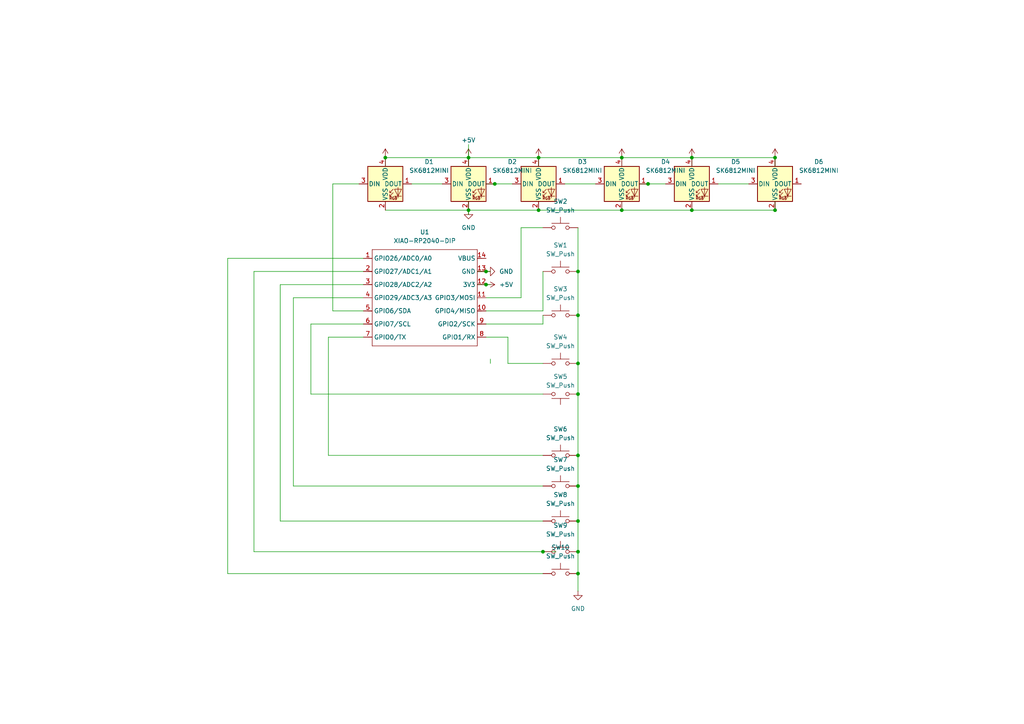
<source format=kicad_sch>
(kicad_sch
	(version 20250114)
	(generator "eeschema")
	(generator_version "9.0")
	(uuid "a49a1625-dd46-4364-a76b-1c3b266b4c12")
	(paper "A4")
	(lib_symbols
		(symbol "LED:SK6812MINI"
			(pin_names
				(offset 0.254)
			)
			(exclude_from_sim no)
			(in_bom yes)
			(on_board yes)
			(property "Reference" "D"
				(at 5.08 5.715 0)
				(effects
					(font
						(size 1.27 1.27)
					)
					(justify right bottom)
				)
			)
			(property "Value" "SK6812MINI"
				(at 1.27 -5.715 0)
				(effects
					(font
						(size 1.27 1.27)
					)
					(justify left top)
				)
			)
			(property "Footprint" "LED_SMD:LED_SK6812MINI_PLCC4_3.5x3.5mm_P1.75mm"
				(at 1.27 -7.62 0)
				(effects
					(font
						(size 1.27 1.27)
					)
					(justify left top)
					(hide yes)
				)
			)
			(property "Datasheet" "https://cdn-shop.adafruit.com/product-files/2686/SK6812MINI_REV.01-1-2.pdf"
				(at 2.54 -9.525 0)
				(effects
					(font
						(size 1.27 1.27)
					)
					(justify left top)
					(hide yes)
				)
			)
			(property "Description" "RGB LED with integrated controller"
				(at 0 0 0)
				(effects
					(font
						(size 1.27 1.27)
					)
					(hide yes)
				)
			)
			(property "ki_keywords" "RGB LED NeoPixel Mini addressable"
				(at 0 0 0)
				(effects
					(font
						(size 1.27 1.27)
					)
					(hide yes)
				)
			)
			(property "ki_fp_filters" "LED*SK6812MINI*PLCC*3.5x3.5mm*P1.75mm*"
				(at 0 0 0)
				(effects
					(font
						(size 1.27 1.27)
					)
					(hide yes)
				)
			)
			(symbol "SK6812MINI_0_0"
				(text "RGB"
					(at 2.286 -4.191 0)
					(effects
						(font
							(size 0.762 0.762)
						)
					)
				)
			)
			(symbol "SK6812MINI_0_1"
				(polyline
					(pts
						(xy 1.27 -2.54) (xy 1.778 -2.54)
					)
					(stroke
						(width 0)
						(type default)
					)
					(fill
						(type none)
					)
				)
				(polyline
					(pts
						(xy 1.27 -3.556) (xy 1.778 -3.556)
					)
					(stroke
						(width 0)
						(type default)
					)
					(fill
						(type none)
					)
				)
				(polyline
					(pts
						(xy 2.286 -1.524) (xy 1.27 -2.54) (xy 1.27 -2.032)
					)
					(stroke
						(width 0)
						(type default)
					)
					(fill
						(type none)
					)
				)
				(polyline
					(pts
						(xy 2.286 -2.54) (xy 1.27 -3.556) (xy 1.27 -3.048)
					)
					(stroke
						(width 0)
						(type default)
					)
					(fill
						(type none)
					)
				)
				(polyline
					(pts
						(xy 3.683 -1.016) (xy 3.683 -3.556) (xy 3.683 -4.064)
					)
					(stroke
						(width 0)
						(type default)
					)
					(fill
						(type none)
					)
				)
				(polyline
					(pts
						(xy 4.699 -1.524) (xy 2.667 -1.524) (xy 3.683 -3.556) (xy 4.699 -1.524)
					)
					(stroke
						(width 0)
						(type default)
					)
					(fill
						(type none)
					)
				)
				(polyline
					(pts
						(xy 4.699 -3.556) (xy 2.667 -3.556)
					)
					(stroke
						(width 0)
						(type default)
					)
					(fill
						(type none)
					)
				)
				(rectangle
					(start 5.08 5.08)
					(end -5.08 -5.08)
					(stroke
						(width 0.254)
						(type default)
					)
					(fill
						(type background)
					)
				)
			)
			(symbol "SK6812MINI_1_1"
				(pin input line
					(at -7.62 0 0)
					(length 2.54)
					(name "DIN"
						(effects
							(font
								(size 1.27 1.27)
							)
						)
					)
					(number "3"
						(effects
							(font
								(size 1.27 1.27)
							)
						)
					)
				)
				(pin power_in line
					(at 0 7.62 270)
					(length 2.54)
					(name "VDD"
						(effects
							(font
								(size 1.27 1.27)
							)
						)
					)
					(number "4"
						(effects
							(font
								(size 1.27 1.27)
							)
						)
					)
				)
				(pin power_in line
					(at 0 -7.62 90)
					(length 2.54)
					(name "VSS"
						(effects
							(font
								(size 1.27 1.27)
							)
						)
					)
					(number "2"
						(effects
							(font
								(size 1.27 1.27)
							)
						)
					)
				)
				(pin output line
					(at 7.62 0 180)
					(length 2.54)
					(name "DOUT"
						(effects
							(font
								(size 1.27 1.27)
							)
						)
					)
					(number "1"
						(effects
							(font
								(size 1.27 1.27)
							)
						)
					)
				)
			)
			(embedded_fonts no)
		)
		(symbol "OPLS:XIAO-RP2040-DIP"
			(exclude_from_sim no)
			(in_bom yes)
			(on_board yes)
			(property "Reference" "U"
				(at 0 0 0)
				(effects
					(font
						(size 1.27 1.27)
					)
				)
			)
			(property "Value" "XIAO-RP2040-DIP"
				(at 5.334 -1.778 0)
				(effects
					(font
						(size 1.27 1.27)
					)
				)
			)
			(property "Footprint" "Module:MOUDLE14P-XIAO-DIP-SMD"
				(at 14.478 -32.258 0)
				(effects
					(font
						(size 1.27 1.27)
					)
					(hide yes)
				)
			)
			(property "Datasheet" ""
				(at 0 0 0)
				(effects
					(font
						(size 1.27 1.27)
					)
					(hide yes)
				)
			)
			(property "Description" ""
				(at 0 0 0)
				(effects
					(font
						(size 1.27 1.27)
					)
					(hide yes)
				)
			)
			(symbol "XIAO-RP2040-DIP_1_0"
				(polyline
					(pts
						(xy -1.27 -2.54) (xy 29.21 -2.54)
					)
					(stroke
						(width 0.1524)
						(type solid)
					)
					(fill
						(type none)
					)
				)
				(polyline
					(pts
						(xy -1.27 -5.08) (xy -2.54 -5.08)
					)
					(stroke
						(width 0.1524)
						(type solid)
					)
					(fill
						(type none)
					)
				)
				(polyline
					(pts
						(xy -1.27 -5.08) (xy -1.27 -2.54)
					)
					(stroke
						(width 0.1524)
						(type solid)
					)
					(fill
						(type none)
					)
				)
				(polyline
					(pts
						(xy -1.27 -8.89) (xy -2.54 -8.89)
					)
					(stroke
						(width 0.1524)
						(type solid)
					)
					(fill
						(type none)
					)
				)
				(polyline
					(pts
						(xy -1.27 -8.89) (xy -1.27 -5.08)
					)
					(stroke
						(width 0.1524)
						(type solid)
					)
					(fill
						(type none)
					)
				)
				(polyline
					(pts
						(xy -1.27 -12.7) (xy -2.54 -12.7)
					)
					(stroke
						(width 0.1524)
						(type solid)
					)
					(fill
						(type none)
					)
				)
				(polyline
					(pts
						(xy -1.27 -12.7) (xy -1.27 -8.89)
					)
					(stroke
						(width 0.1524)
						(type solid)
					)
					(fill
						(type none)
					)
				)
				(polyline
					(pts
						(xy -1.27 -16.51) (xy -2.54 -16.51)
					)
					(stroke
						(width 0.1524)
						(type solid)
					)
					(fill
						(type none)
					)
				)
				(polyline
					(pts
						(xy -1.27 -16.51) (xy -1.27 -12.7)
					)
					(stroke
						(width 0.1524)
						(type solid)
					)
					(fill
						(type none)
					)
				)
				(polyline
					(pts
						(xy -1.27 -20.32) (xy -2.54 -20.32)
					)
					(stroke
						(width 0.1524)
						(type solid)
					)
					(fill
						(type none)
					)
				)
				(polyline
					(pts
						(xy -1.27 -24.13) (xy -2.54 -24.13)
					)
					(stroke
						(width 0.1524)
						(type solid)
					)
					(fill
						(type none)
					)
				)
				(polyline
					(pts
						(xy -1.27 -27.94) (xy -2.54 -27.94)
					)
					(stroke
						(width 0.1524)
						(type solid)
					)
					(fill
						(type none)
					)
				)
				(polyline
					(pts
						(xy -1.27 -30.48) (xy -1.27 -16.51)
					)
					(stroke
						(width 0.1524)
						(type solid)
					)
					(fill
						(type none)
					)
				)
				(polyline
					(pts
						(xy 29.21 -2.54) (xy 29.21 -5.08)
					)
					(stroke
						(width 0.1524)
						(type solid)
					)
					(fill
						(type none)
					)
				)
				(polyline
					(pts
						(xy 29.21 -5.08) (xy 29.21 -8.89)
					)
					(stroke
						(width 0.1524)
						(type solid)
					)
					(fill
						(type none)
					)
				)
				(polyline
					(pts
						(xy 29.21 -8.89) (xy 29.21 -12.7)
					)
					(stroke
						(width 0.1524)
						(type solid)
					)
					(fill
						(type none)
					)
				)
				(polyline
					(pts
						(xy 29.21 -12.7) (xy 29.21 -30.48)
					)
					(stroke
						(width 0.1524)
						(type solid)
					)
					(fill
						(type none)
					)
				)
				(polyline
					(pts
						(xy 29.21 -30.48) (xy -1.27 -30.48)
					)
					(stroke
						(width 0.1524)
						(type solid)
					)
					(fill
						(type none)
					)
				)
				(polyline
					(pts
						(xy 30.48 -5.08) (xy 29.21 -5.08)
					)
					(stroke
						(width 0.1524)
						(type solid)
					)
					(fill
						(type none)
					)
				)
				(polyline
					(pts
						(xy 30.48 -8.89) (xy 29.21 -8.89)
					)
					(stroke
						(width 0.1524)
						(type solid)
					)
					(fill
						(type none)
					)
				)
				(polyline
					(pts
						(xy 30.48 -12.7) (xy 29.21 -12.7)
					)
					(stroke
						(width 0.1524)
						(type solid)
					)
					(fill
						(type none)
					)
				)
				(polyline
					(pts
						(xy 30.48 -16.51) (xy 29.21 -16.51)
					)
					(stroke
						(width 0.1524)
						(type solid)
					)
					(fill
						(type none)
					)
				)
				(polyline
					(pts
						(xy 30.48 -20.32) (xy 29.21 -20.32)
					)
					(stroke
						(width 0.1524)
						(type solid)
					)
					(fill
						(type none)
					)
				)
				(polyline
					(pts
						(xy 30.48 -24.13) (xy 29.21 -24.13)
					)
					(stroke
						(width 0.1524)
						(type solid)
					)
					(fill
						(type none)
					)
				)
				(polyline
					(pts
						(xy 30.48 -27.94) (xy 29.21 -27.94)
					)
					(stroke
						(width 0.1524)
						(type solid)
					)
					(fill
						(type none)
					)
				)
				(pin passive line
					(at -3.81 -5.08 0)
					(length 2.54)
					(name "GPIO26/ADC0/A0"
						(effects
							(font
								(size 1.27 1.27)
							)
						)
					)
					(number "1"
						(effects
							(font
								(size 1.27 1.27)
							)
						)
					)
				)
				(pin passive line
					(at -3.81 -8.89 0)
					(length 2.54)
					(name "GPIO27/ADC1/A1"
						(effects
							(font
								(size 1.27 1.27)
							)
						)
					)
					(number "2"
						(effects
							(font
								(size 1.27 1.27)
							)
						)
					)
				)
				(pin passive line
					(at -3.81 -12.7 0)
					(length 2.54)
					(name "GPIO28/ADC2/A2"
						(effects
							(font
								(size 1.27 1.27)
							)
						)
					)
					(number "3"
						(effects
							(font
								(size 1.27 1.27)
							)
						)
					)
				)
				(pin passive line
					(at -3.81 -16.51 0)
					(length 2.54)
					(name "GPIO29/ADC3/A3"
						(effects
							(font
								(size 1.27 1.27)
							)
						)
					)
					(number "4"
						(effects
							(font
								(size 1.27 1.27)
							)
						)
					)
				)
				(pin passive line
					(at -3.81 -20.32 0)
					(length 2.54)
					(name "GPIO6/SDA"
						(effects
							(font
								(size 1.27 1.27)
							)
						)
					)
					(number "5"
						(effects
							(font
								(size 1.27 1.27)
							)
						)
					)
				)
				(pin passive line
					(at -3.81 -24.13 0)
					(length 2.54)
					(name "GPIO7/SCL"
						(effects
							(font
								(size 1.27 1.27)
							)
						)
					)
					(number "6"
						(effects
							(font
								(size 1.27 1.27)
							)
						)
					)
				)
				(pin passive line
					(at -3.81 -27.94 0)
					(length 2.54)
					(name "GPIO0/TX"
						(effects
							(font
								(size 1.27 1.27)
							)
						)
					)
					(number "7"
						(effects
							(font
								(size 1.27 1.27)
							)
						)
					)
				)
				(pin passive line
					(at 31.75 -5.08 180)
					(length 2.54)
					(name "VBUS"
						(effects
							(font
								(size 1.27 1.27)
							)
						)
					)
					(number "14"
						(effects
							(font
								(size 1.27 1.27)
							)
						)
					)
				)
				(pin passive line
					(at 31.75 -8.89 180)
					(length 2.54)
					(name "GND"
						(effects
							(font
								(size 1.27 1.27)
							)
						)
					)
					(number "13"
						(effects
							(font
								(size 1.27 1.27)
							)
						)
					)
				)
				(pin passive line
					(at 31.75 -12.7 180)
					(length 2.54)
					(name "3V3"
						(effects
							(font
								(size 1.27 1.27)
							)
						)
					)
					(number "12"
						(effects
							(font
								(size 1.27 1.27)
							)
						)
					)
				)
				(pin passive line
					(at 31.75 -16.51 180)
					(length 2.54)
					(name "GPIO3/MOSI"
						(effects
							(font
								(size 1.27 1.27)
							)
						)
					)
					(number "11"
						(effects
							(font
								(size 1.27 1.27)
							)
						)
					)
				)
				(pin passive line
					(at 31.75 -20.32 180)
					(length 2.54)
					(name "GPIO4/MISO"
						(effects
							(font
								(size 1.27 1.27)
							)
						)
					)
					(number "10"
						(effects
							(font
								(size 1.27 1.27)
							)
						)
					)
				)
				(pin passive line
					(at 31.75 -24.13 180)
					(length 2.54)
					(name "GPIO2/SCK"
						(effects
							(font
								(size 1.27 1.27)
							)
						)
					)
					(number "9"
						(effects
							(font
								(size 1.27 1.27)
							)
						)
					)
				)
				(pin passive line
					(at 31.75 -27.94 180)
					(length 2.54)
					(name "GPIO1/RX"
						(effects
							(font
								(size 1.27 1.27)
							)
						)
					)
					(number "8"
						(effects
							(font
								(size 1.27 1.27)
							)
						)
					)
				)
			)
			(embedded_fonts no)
		)
		(symbol "Switch:SW_Push"
			(pin_numbers
				(hide yes)
			)
			(pin_names
				(offset 1.016)
				(hide yes)
			)
			(exclude_from_sim no)
			(in_bom yes)
			(on_board yes)
			(property "Reference" "SW"
				(at 1.27 2.54 0)
				(effects
					(font
						(size 1.27 1.27)
					)
					(justify left)
				)
			)
			(property "Value" "SW_Push"
				(at 0 -1.524 0)
				(effects
					(font
						(size 1.27 1.27)
					)
				)
			)
			(property "Footprint" ""
				(at 0 5.08 0)
				(effects
					(font
						(size 1.27 1.27)
					)
					(hide yes)
				)
			)
			(property "Datasheet" "~"
				(at 0 5.08 0)
				(effects
					(font
						(size 1.27 1.27)
					)
					(hide yes)
				)
			)
			(property "Description" "Push button switch, generic, two pins"
				(at 0 0 0)
				(effects
					(font
						(size 1.27 1.27)
					)
					(hide yes)
				)
			)
			(property "ki_keywords" "switch normally-open pushbutton push-button"
				(at 0 0 0)
				(effects
					(font
						(size 1.27 1.27)
					)
					(hide yes)
				)
			)
			(symbol "SW_Push_0_1"
				(circle
					(center -2.032 0)
					(radius 0.508)
					(stroke
						(width 0)
						(type default)
					)
					(fill
						(type none)
					)
				)
				(polyline
					(pts
						(xy 0 1.27) (xy 0 3.048)
					)
					(stroke
						(width 0)
						(type default)
					)
					(fill
						(type none)
					)
				)
				(circle
					(center 2.032 0)
					(radius 0.508)
					(stroke
						(width 0)
						(type default)
					)
					(fill
						(type none)
					)
				)
				(polyline
					(pts
						(xy 2.54 1.27) (xy -2.54 1.27)
					)
					(stroke
						(width 0)
						(type default)
					)
					(fill
						(type none)
					)
				)
				(pin passive line
					(at -5.08 0 0)
					(length 2.54)
					(name "1"
						(effects
							(font
								(size 1.27 1.27)
							)
						)
					)
					(number "1"
						(effects
							(font
								(size 1.27 1.27)
							)
						)
					)
				)
				(pin passive line
					(at 5.08 0 180)
					(length 2.54)
					(name "2"
						(effects
							(font
								(size 1.27 1.27)
							)
						)
					)
					(number "2"
						(effects
							(font
								(size 1.27 1.27)
							)
						)
					)
				)
			)
			(embedded_fonts no)
		)
		(symbol "power:+5V"
			(power)
			(pin_numbers
				(hide yes)
			)
			(pin_names
				(offset 0)
				(hide yes)
			)
			(exclude_from_sim no)
			(in_bom yes)
			(on_board yes)
			(property "Reference" "#PWR"
				(at 0 -3.81 0)
				(effects
					(font
						(size 1.27 1.27)
					)
					(hide yes)
				)
			)
			(property "Value" "+5V"
				(at 0 3.556 0)
				(effects
					(font
						(size 1.27 1.27)
					)
				)
			)
			(property "Footprint" ""
				(at 0 0 0)
				(effects
					(font
						(size 1.27 1.27)
					)
					(hide yes)
				)
			)
			(property "Datasheet" ""
				(at 0 0 0)
				(effects
					(font
						(size 1.27 1.27)
					)
					(hide yes)
				)
			)
			(property "Description" "Power symbol creates a global label with name \"+5V\""
				(at 0 0 0)
				(effects
					(font
						(size 1.27 1.27)
					)
					(hide yes)
				)
			)
			(property "ki_keywords" "global power"
				(at 0 0 0)
				(effects
					(font
						(size 1.27 1.27)
					)
					(hide yes)
				)
			)
			(symbol "+5V_0_1"
				(polyline
					(pts
						(xy -0.762 1.27) (xy 0 2.54)
					)
					(stroke
						(width 0)
						(type default)
					)
					(fill
						(type none)
					)
				)
				(polyline
					(pts
						(xy 0 2.54) (xy 0.762 1.27)
					)
					(stroke
						(width 0)
						(type default)
					)
					(fill
						(type none)
					)
				)
				(polyline
					(pts
						(xy 0 0) (xy 0 2.54)
					)
					(stroke
						(width 0)
						(type default)
					)
					(fill
						(type none)
					)
				)
			)
			(symbol "+5V_1_1"
				(pin power_in line
					(at 0 0 90)
					(length 0)
					(name "~"
						(effects
							(font
								(size 1.27 1.27)
							)
						)
					)
					(number "1"
						(effects
							(font
								(size 1.27 1.27)
							)
						)
					)
				)
			)
			(embedded_fonts no)
		)
		(symbol "power:GND"
			(power)
			(pin_numbers
				(hide yes)
			)
			(pin_names
				(offset 0)
				(hide yes)
			)
			(exclude_from_sim no)
			(in_bom yes)
			(on_board yes)
			(property "Reference" "#PWR"
				(at 0 -6.35 0)
				(effects
					(font
						(size 1.27 1.27)
					)
					(hide yes)
				)
			)
			(property "Value" "GND"
				(at 0 -3.81 0)
				(effects
					(font
						(size 1.27 1.27)
					)
				)
			)
			(property "Footprint" ""
				(at 0 0 0)
				(effects
					(font
						(size 1.27 1.27)
					)
					(hide yes)
				)
			)
			(property "Datasheet" ""
				(at 0 0 0)
				(effects
					(font
						(size 1.27 1.27)
					)
					(hide yes)
				)
			)
			(property "Description" "Power symbol creates a global label with name \"GND\" , ground"
				(at 0 0 0)
				(effects
					(font
						(size 1.27 1.27)
					)
					(hide yes)
				)
			)
			(property "ki_keywords" "global power"
				(at 0 0 0)
				(effects
					(font
						(size 1.27 1.27)
					)
					(hide yes)
				)
			)
			(symbol "GND_0_1"
				(polyline
					(pts
						(xy 0 0) (xy 0 -1.27) (xy 1.27 -1.27) (xy 0 -2.54) (xy -1.27 -1.27) (xy 0 -1.27)
					)
					(stroke
						(width 0)
						(type default)
					)
					(fill
						(type none)
					)
				)
			)
			(symbol "GND_1_1"
				(pin power_in line
					(at 0 0 270)
					(length 0)
					(name "~"
						(effects
							(font
								(size 1.27 1.27)
							)
						)
					)
					(number "1"
						(effects
							(font
								(size 1.27 1.27)
							)
						)
					)
				)
			)
			(embedded_fonts no)
		)
	)
	(junction
		(at 111.76 45.72)
		(diameter 0)
		(color 0 0 0 0)
		(uuid "169f37d3-6118-4667-952a-6b562ec61aff")
	)
	(junction
		(at 167.64 78.74)
		(diameter 0)
		(color 0 0 0 0)
		(uuid "1e82d446-4a9b-4823-8a51-e02fa4ea4014")
	)
	(junction
		(at 180.34 60.96)
		(diameter 0)
		(color 0 0 0 0)
		(uuid "205a95df-4ebc-4dbe-b48d-3e881f56441f")
	)
	(junction
		(at 200.66 60.96)
		(diameter 0)
		(color 0 0 0 0)
		(uuid "20705077-0907-46cd-9757-4b9a871b63b3")
	)
	(junction
		(at 167.64 105.41)
		(diameter 0)
		(color 0 0 0 0)
		(uuid "214d4163-df48-47ad-8cee-9502c24aaded")
	)
	(junction
		(at 156.21 45.72)
		(diameter 0)
		(color 0 0 0 0)
		(uuid "2a635cd9-3618-4354-89b5-cc91c6e0cafd")
	)
	(junction
		(at 167.64 91.44)
		(diameter 0)
		(color 0 0 0 0)
		(uuid "327eeb19-f717-4ebf-9d13-bed7d28aa7a1")
	)
	(junction
		(at 140.97 78.74)
		(diameter 0)
		(color 0 0 0 0)
		(uuid "3c364faf-6905-4e9d-a6c9-57d5557fd5ba")
	)
	(junction
		(at 167.64 132.08)
		(diameter 0)
		(color 0 0 0 0)
		(uuid "421c26c3-40fa-4ac2-9078-bf667c6da83c")
	)
	(junction
		(at 156.21 60.96)
		(diameter 0)
		(color 0 0 0 0)
		(uuid "4ed5fbbe-180a-4d86-abd7-ea3473d14c89")
	)
	(junction
		(at 224.79 45.72)
		(diameter 0)
		(color 0 0 0 0)
		(uuid "4feee172-fb5d-404f-aba1-e0b8a3017e4d")
	)
	(junction
		(at 140.97 82.55)
		(diameter 0)
		(color 0 0 0 0)
		(uuid "50806c53-79d4-4214-9888-5716035f4e1a")
	)
	(junction
		(at 180.34 45.72)
		(diameter 0)
		(color 0 0 0 0)
		(uuid "5ef762a4-5698-4b3b-9411-87f59a2da67b")
	)
	(junction
		(at 167.64 114.3)
		(diameter 0)
		(color 0 0 0 0)
		(uuid "7b08cc52-202c-4788-8f4e-cb1dac2da2fa")
	)
	(junction
		(at 135.89 60.96)
		(diameter 0)
		(color 0 0 0 0)
		(uuid "8198b0c4-c2c8-42f7-83de-29ec262349bb")
	)
	(junction
		(at 167.64 140.97)
		(diameter 0)
		(color 0 0 0 0)
		(uuid "9906562c-a111-4595-ab6e-a20d3c577dab")
	)
	(junction
		(at 157.48 160.02)
		(diameter 0)
		(color 0 0 0 0)
		(uuid "9c8e0acd-1457-4553-ade9-4fc177ce45ea")
	)
	(junction
		(at 143.51 53.34)
		(diameter 0)
		(color 0 0 0 0)
		(uuid "a0b49796-5388-4c0d-a1ae-9ad8d13811e5")
	)
	(junction
		(at 187.96 53.34)
		(diameter 0)
		(color 0 0 0 0)
		(uuid "b3656dfc-ed5e-4a4d-a77c-6e1f2e69ca57")
	)
	(junction
		(at 167.64 160.02)
		(diameter 0)
		(color 0 0 0 0)
		(uuid "bbf82ede-0a8f-49f6-995d-f9a645d5c59e")
	)
	(junction
		(at 200.66 45.72)
		(diameter 0)
		(color 0 0 0 0)
		(uuid "c7157a68-5865-4df4-95f5-f1a42dd07b22")
	)
	(junction
		(at 135.89 45.72)
		(diameter 0)
		(color 0 0 0 0)
		(uuid "c8d8ffd1-19f2-4903-8c8c-ed0de737cd20")
	)
	(junction
		(at 167.64 166.37)
		(diameter 0)
		(color 0 0 0 0)
		(uuid "c9cd1e16-677b-43e6-a515-269bed93d749")
	)
	(junction
		(at 167.64 151.13)
		(diameter 0)
		(color 0 0 0 0)
		(uuid "ca0e4714-9813-419e-ab77-20085115ae7a")
	)
	(junction
		(at 224.79 60.96)
		(diameter 0)
		(color 0 0 0 0)
		(uuid "e2e54373-1f78-44a7-bb59-e624bba174aa")
	)
	(wire
		(pts
			(xy 167.64 66.04) (xy 167.64 78.74)
		)
		(stroke
			(width 0)
			(type default)
		)
		(uuid "00e39a3a-146c-4c9f-85d5-f73ffbeaf826")
	)
	(wire
		(pts
			(xy 180.34 45.72) (xy 180.34 48.26)
		)
		(stroke
			(width 0)
			(type default)
		)
		(uuid "06d47db6-85d1-457e-9868-821e686cc520")
	)
	(wire
		(pts
			(xy 193.04 53.34) (xy 187.96 53.34)
		)
		(stroke
			(width 0)
			(type default)
		)
		(uuid "092faddb-9995-4ff2-8224-bd18044ea581")
	)
	(wire
		(pts
			(xy 157.48 93.98) (xy 140.97 93.98)
		)
		(stroke
			(width 0)
			(type default)
		)
		(uuid "0d975add-93b9-4b5e-a54c-d903b84616cd")
	)
	(wire
		(pts
			(xy 111.76 45.72) (xy 111.76 48.26)
		)
		(stroke
			(width 0)
			(type default)
		)
		(uuid "139e3650-1a45-4393-ae66-6e4e1da42abc")
	)
	(wire
		(pts
			(xy 138.43 78.74) (xy 140.97 78.74)
		)
		(stroke
			(width 0)
			(type default)
		)
		(uuid "18329569-838d-4a85-b0e2-97f8b709ff90")
	)
	(wire
		(pts
			(xy 157.48 91.44) (xy 157.48 93.98)
		)
		(stroke
			(width 0)
			(type default)
		)
		(uuid "1bec047b-a7dc-4372-a7ff-2a3213a31ce4")
	)
	(wire
		(pts
			(xy 90.17 93.98) (xy 105.41 93.98)
		)
		(stroke
			(width 0)
			(type default)
		)
		(uuid "1dd1186f-d8ed-4be8-bdae-4e45b83b3733")
	)
	(wire
		(pts
			(xy 167.64 91.44) (xy 167.64 105.41)
		)
		(stroke
			(width 0)
			(type default)
		)
		(uuid "1ecc62ce-51bb-4a9e-aff7-950c2fb04809")
	)
	(wire
		(pts
			(xy 73.66 78.74) (xy 105.41 78.74)
		)
		(stroke
			(width 0)
			(type default)
		)
		(uuid "2378660d-ba86-4770-87b9-1ef3bd898405")
	)
	(wire
		(pts
			(xy 96.52 90.17) (xy 105.41 90.17)
		)
		(stroke
			(width 0)
			(type default)
		)
		(uuid "292fc2a3-5e5d-40e2-a54a-f37876e8ef75")
	)
	(wire
		(pts
			(xy 224.79 45.72) (xy 224.79 48.26)
		)
		(stroke
			(width 0)
			(type default)
		)
		(uuid "2c28deb5-b14e-4d75-82a1-23cbd99d37f2")
	)
	(wire
		(pts
			(xy 151.13 86.36) (xy 140.97 86.36)
		)
		(stroke
			(width 0)
			(type default)
		)
		(uuid "30e184f8-a5cb-40a8-873a-a1dfad764067")
	)
	(wire
		(pts
			(xy 142.24 104.14) (xy 142.24 105.41)
		)
		(stroke
			(width 0)
			(type default)
		)
		(uuid "362c4a9e-2c1b-4c3b-a460-f3c18bed0787")
	)
	(wire
		(pts
			(xy 135.89 60.96) (xy 156.21 60.96)
		)
		(stroke
			(width 0)
			(type default)
		)
		(uuid "38047525-f7fd-406b-96e0-2b8a2e5ad96b")
	)
	(wire
		(pts
			(xy 157.48 66.04) (xy 151.13 66.04)
		)
		(stroke
			(width 0)
			(type default)
		)
		(uuid "38b29a6d-4aa4-489b-aefe-5fd78cb7ebd9")
	)
	(wire
		(pts
			(xy 161.29 160.02) (xy 157.48 160.02)
		)
		(stroke
			(width 0)
			(type default)
		)
		(uuid "3a9b511a-9cee-4d19-9878-f1e44971729d")
	)
	(wire
		(pts
			(xy 148.59 53.34) (xy 143.51 53.34)
		)
		(stroke
			(width 0)
			(type default)
		)
		(uuid "3c6bab7c-5752-4cc4-9056-2462ab2462d4")
	)
	(wire
		(pts
			(xy 200.66 60.96) (xy 180.34 60.96)
		)
		(stroke
			(width 0)
			(type default)
		)
		(uuid "3fb51158-de3a-4c1f-be95-fb9219aa3b9e")
	)
	(wire
		(pts
			(xy 135.89 45.72) (xy 156.21 45.72)
		)
		(stroke
			(width 0)
			(type default)
		)
		(uuid "44916966-42d0-4d2c-a066-9f355fde6dce")
	)
	(wire
		(pts
			(xy 157.48 166.37) (xy 66.04 166.37)
		)
		(stroke
			(width 0)
			(type default)
		)
		(uuid "44a48a78-9382-4715-b679-53c2012bd9c7")
	)
	(wire
		(pts
			(xy 95.25 132.08) (xy 95.25 97.79)
		)
		(stroke
			(width 0)
			(type default)
		)
		(uuid "44a60caf-e937-4ab5-a294-7c6e1a8fedb9")
	)
	(wire
		(pts
			(xy 111.76 60.96) (xy 135.89 60.96)
		)
		(stroke
			(width 0)
			(type default)
		)
		(uuid "4555da05-b2fb-449f-9ef7-387bf0493bc3")
	)
	(wire
		(pts
			(xy 81.28 82.55) (xy 105.41 82.55)
		)
		(stroke
			(width 0)
			(type default)
		)
		(uuid "482b683b-f495-454c-9a41-8b5d022a2bc8")
	)
	(wire
		(pts
			(xy 157.48 151.13) (xy 81.28 151.13)
		)
		(stroke
			(width 0)
			(type default)
		)
		(uuid "4cd80fde-af9b-4c95-8a56-fc74319a80c5")
	)
	(wire
		(pts
			(xy 180.34 58.42) (xy 180.34 60.96)
		)
		(stroke
			(width 0)
			(type default)
		)
		(uuid "4f78db77-2863-4f47-91d2-357192cd9e45")
	)
	(wire
		(pts
			(xy 163.83 53.34) (xy 172.72 53.34)
		)
		(stroke
			(width 0)
			(type default)
		)
		(uuid "50cc5163-d0a9-442e-8f19-5d36d622cc74")
	)
	(wire
		(pts
			(xy 156.21 45.72) (xy 180.34 45.72)
		)
		(stroke
			(width 0)
			(type default)
		)
		(uuid "5537d26c-fe67-42e6-a633-e6c700db77ff")
	)
	(wire
		(pts
			(xy 135.89 58.42) (xy 135.89 60.96)
		)
		(stroke
			(width 0)
			(type default)
		)
		(uuid "57112599-1925-4cca-b4ee-931a8b5bb94e")
	)
	(wire
		(pts
			(xy 81.28 151.13) (xy 81.28 82.55)
		)
		(stroke
			(width 0)
			(type default)
		)
		(uuid "5854c56e-d797-421b-a753-3bcc4f3a9d3d")
	)
	(wire
		(pts
			(xy 156.21 45.72) (xy 156.21 48.26)
		)
		(stroke
			(width 0)
			(type default)
		)
		(uuid "59802733-50a3-491c-b258-3341e23b83c3")
	)
	(wire
		(pts
			(xy 167.64 78.74) (xy 167.64 91.44)
		)
		(stroke
			(width 0)
			(type default)
		)
		(uuid "608a6c53-ec53-4ed1-b4e1-f7a713677adc")
	)
	(wire
		(pts
			(xy 167.64 132.08) (xy 167.64 140.97)
		)
		(stroke
			(width 0)
			(type default)
		)
		(uuid "60d708df-35f3-4ed4-89a6-820f25b90532")
	)
	(wire
		(pts
			(xy 96.52 53.34) (xy 96.52 90.17)
		)
		(stroke
			(width 0)
			(type default)
		)
		(uuid "629bb84d-7c4a-4250-b895-109263dbd3f3")
	)
	(wire
		(pts
			(xy 156.21 60.96) (xy 180.34 60.96)
		)
		(stroke
			(width 0)
			(type default)
		)
		(uuid "6855cf55-1a35-4719-b5fe-8c7d6297d820")
	)
	(wire
		(pts
			(xy 167.64 140.97) (xy 167.64 151.13)
		)
		(stroke
			(width 0)
			(type default)
		)
		(uuid "713c55c4-d0d3-4dd4-a7f3-60ddb55da3c1")
	)
	(wire
		(pts
			(xy 85.09 86.36) (xy 105.41 86.36)
		)
		(stroke
			(width 0)
			(type default)
		)
		(uuid "78899d42-1147-43ae-a275-9a88f57e7425")
	)
	(wire
		(pts
			(xy 157.48 105.41) (xy 147.32 105.41)
		)
		(stroke
			(width 0)
			(type default)
		)
		(uuid "7da7b1ab-64c9-43ab-ae2b-85eca24b1ad0")
	)
	(wire
		(pts
			(xy 85.09 140.97) (xy 85.09 86.36)
		)
		(stroke
			(width 0)
			(type default)
		)
		(uuid "806c0e1a-dfb2-4eb0-b5f3-f91791a32822")
	)
	(wire
		(pts
			(xy 157.48 132.08) (xy 95.25 132.08)
		)
		(stroke
			(width 0)
			(type default)
		)
		(uuid "86f5ef3f-21db-429f-b185-d5cea8542850")
	)
	(wire
		(pts
			(xy 138.43 82.55) (xy 140.97 82.55)
		)
		(stroke
			(width 0)
			(type default)
		)
		(uuid "928813e8-3487-437a-bf8b-4a26b5cf1302")
	)
	(wire
		(pts
			(xy 200.66 60.96) (xy 224.79 60.96)
		)
		(stroke
			(width 0)
			(type default)
		)
		(uuid "9485bc13-7a3c-4a73-874a-f86789b6e1db")
	)
	(wire
		(pts
			(xy 224.79 58.42) (xy 224.79 60.96)
		)
		(stroke
			(width 0)
			(type default)
		)
		(uuid "9c03534d-9be4-49dd-bed6-75bf557362f5")
	)
	(wire
		(pts
			(xy 167.64 166.37) (xy 167.64 171.45)
		)
		(stroke
			(width 0)
			(type default)
		)
		(uuid "a030f530-7ac4-4de8-9d8d-a6280a86bece")
	)
	(wire
		(pts
			(xy 167.64 160.02) (xy 167.64 166.37)
		)
		(stroke
			(width 0)
			(type default)
		)
		(uuid "a1785e43-e600-4efc-90e2-8c18c0280391")
	)
	(wire
		(pts
			(xy 111.76 45.72) (xy 135.89 45.72)
		)
		(stroke
			(width 0)
			(type default)
		)
		(uuid "a3c14c1a-eda1-478e-adfe-4752ce130298")
	)
	(wire
		(pts
			(xy 143.51 53.34) (xy 140.97 53.34)
		)
		(stroke
			(width 0)
			(type default)
		)
		(uuid "a4d5db04-2b07-45bc-893c-ef5aa61afe01")
	)
	(wire
		(pts
			(xy 90.17 114.3) (xy 90.17 93.98)
		)
		(stroke
			(width 0)
			(type default)
		)
		(uuid "a7763a93-ff28-4320-a303-dcf9eb10f1a2")
	)
	(wire
		(pts
			(xy 208.28 53.34) (xy 217.17 53.34)
		)
		(stroke
			(width 0)
			(type default)
		)
		(uuid "a96e961d-130d-4d67-b9da-eab53d83af8f")
	)
	(wire
		(pts
			(xy 157.48 160.02) (xy 73.66 160.02)
		)
		(stroke
			(width 0)
			(type default)
		)
		(uuid "a9fbcd19-c5aa-4255-8eaa-7486cc4defcf")
	)
	(wire
		(pts
			(xy 104.14 53.34) (xy 96.52 53.34)
		)
		(stroke
			(width 0)
			(type default)
		)
		(uuid "aaaa49d5-f76f-4d96-9d5b-11177e2c6b70")
	)
	(wire
		(pts
			(xy 73.66 160.02) (xy 73.66 78.74)
		)
		(stroke
			(width 0)
			(type default)
		)
		(uuid "aab340e2-ca56-441b-ad64-4848c09753c6")
	)
	(wire
		(pts
			(xy 180.34 45.72) (xy 200.66 45.72)
		)
		(stroke
			(width 0)
			(type default)
		)
		(uuid "ab929592-6134-4984-a4e7-17780924282d")
	)
	(wire
		(pts
			(xy 187.96 53.34) (xy 185.42 53.34)
		)
		(stroke
			(width 0)
			(type default)
		)
		(uuid "ae55d450-0bd7-458a-bbf3-138bbe966c40")
	)
	(wire
		(pts
			(xy 135.89 41.91) (xy 135.89 45.72)
		)
		(stroke
			(width 0)
			(type default)
		)
		(uuid "b0cfc673-e691-429f-9d47-663e0c506537")
	)
	(wire
		(pts
			(xy 157.48 78.74) (xy 157.48 90.17)
		)
		(stroke
			(width 0)
			(type default)
		)
		(uuid "b9faa21d-d02b-4910-ad11-25a966ddae59")
	)
	(wire
		(pts
			(xy 151.13 66.04) (xy 151.13 86.36)
		)
		(stroke
			(width 0)
			(type default)
		)
		(uuid "c48c4578-586b-4012-94d2-b945069acbb7")
	)
	(wire
		(pts
			(xy 66.04 74.93) (xy 105.41 74.93)
		)
		(stroke
			(width 0)
			(type default)
		)
		(uuid "c48d4f33-9023-489c-a981-728e29a0e36a")
	)
	(wire
		(pts
			(xy 140.97 82.55) (xy 142.24 82.55)
		)
		(stroke
			(width 0)
			(type default)
		)
		(uuid "ccc0333d-59a8-4bfd-b26c-302c17649dc6")
	)
	(wire
		(pts
			(xy 167.64 105.41) (xy 167.64 114.3)
		)
		(stroke
			(width 0)
			(type default)
		)
		(uuid "ceaab406-200d-4ab2-9e37-8f65066c5512")
	)
	(wire
		(pts
			(xy 147.32 105.41) (xy 147.32 97.79)
		)
		(stroke
			(width 0)
			(type default)
		)
		(uuid "d79d1081-c08d-44cf-aa2d-72ab6c5f9ebd")
	)
	(wire
		(pts
			(xy 140.97 90.17) (xy 157.48 90.17)
		)
		(stroke
			(width 0)
			(type default)
		)
		(uuid "db6b9f83-e869-44aa-822d-3d3da2a81f33")
	)
	(wire
		(pts
			(xy 66.04 166.37) (xy 66.04 74.93)
		)
		(stroke
			(width 0)
			(type default)
		)
		(uuid "dbc8e540-9457-4356-aa51-6fe1c9f84773")
	)
	(wire
		(pts
			(xy 135.89 60.96) (xy 135.89 62.23)
		)
		(stroke
			(width 0)
			(type default)
		)
		(uuid "dcf9f092-31ca-42e4-b7b6-cdc8242b93e6")
	)
	(wire
		(pts
			(xy 119.38 53.34) (xy 128.27 53.34)
		)
		(stroke
			(width 0)
			(type default)
		)
		(uuid "e35254b1-a66d-40df-abbc-cc82b601c278")
	)
	(wire
		(pts
			(xy 140.97 97.79) (xy 147.32 97.79)
		)
		(stroke
			(width 0)
			(type default)
		)
		(uuid "e384d2f5-d30a-47c9-b41f-d95530c9c074")
	)
	(wire
		(pts
			(xy 157.48 140.97) (xy 85.09 140.97)
		)
		(stroke
			(width 0)
			(type default)
		)
		(uuid "e52d0655-2b35-4756-a83c-a76aed5836b2")
	)
	(wire
		(pts
			(xy 157.48 114.3) (xy 90.17 114.3)
		)
		(stroke
			(width 0)
			(type default)
		)
		(uuid "ec2de58b-fcd4-4f66-ba53-b2d6327953ff")
	)
	(wire
		(pts
			(xy 140.97 78.74) (xy 142.24 78.74)
		)
		(stroke
			(width 0)
			(type default)
		)
		(uuid "f299d968-4b77-4ba4-88e9-8e49eeac9423")
	)
	(wire
		(pts
			(xy 200.66 45.72) (xy 224.79 45.72)
		)
		(stroke
			(width 0)
			(type default)
		)
		(uuid "f2dce1c9-0653-4f66-8b35-f6983ca6c7e8")
	)
	(wire
		(pts
			(xy 167.64 114.3) (xy 167.64 132.08)
		)
		(stroke
			(width 0)
			(type default)
		)
		(uuid "fb3af9ec-acd7-402b-8818-430d31f2814f")
	)
	(wire
		(pts
			(xy 95.25 97.79) (xy 105.41 97.79)
		)
		(stroke
			(width 0)
			(type default)
		)
		(uuid "fd1319cd-bea7-4161-aeed-6a2f9f75a64b")
	)
	(wire
		(pts
			(xy 135.89 45.72) (xy 135.89 48.26)
		)
		(stroke
			(width 0)
			(type default)
		)
		(uuid "fe1ce38b-469a-4cfa-af74-305e7c030036")
	)
	(wire
		(pts
			(xy 200.66 45.72) (xy 200.66 48.26)
		)
		(stroke
			(width 0)
			(type default)
		)
		(uuid "fe4247e4-43e2-481c-bba1-b909476f8c9b")
	)
	(wire
		(pts
			(xy 167.64 151.13) (xy 167.64 160.02)
		)
		(stroke
			(width 0)
			(type default)
		)
		(uuid "ff8dd79c-9f5e-4e5d-9134-3e15c6cc8455")
	)
	(symbol
		(lib_id "LED:SK6812MINI")
		(at 224.79 53.34 0)
		(unit 1)
		(exclude_from_sim no)
		(in_bom yes)
		(on_board yes)
		(dnp no)
		(fields_autoplaced yes)
		(uuid "0930b6f3-d60c-48a8-a361-3ab3a133f4dc")
		(property "Reference" "D6"
			(at 237.49 46.9198 0)
			(effects
				(font
					(size 1.27 1.27)
				)
			)
		)
		(property "Value" "SK6812MINI"
			(at 237.49 49.4598 0)
			(effects
				(font
					(size 1.27 1.27)
				)
			)
		)
		(property "Footprint" "LED_SMD:LED_SK6812MINI_PLCC4_3.5x3.5mm_P1.75mm"
			(at 226.06 60.96 0)
			(effects
				(font
					(size 1.27 1.27)
				)
				(justify left top)
				(hide yes)
			)
		)
		(property "Datasheet" "https://cdn-shop.adafruit.com/product-files/2686/SK6812MINI_REV.01-1-2.pdf"
			(at 227.33 62.865 0)
			(effects
				(font
					(size 1.27 1.27)
				)
				(justify left top)
				(hide yes)
			)
		)
		(property "Description" "RGB LED with integrated controller"
			(at 224.79 53.34 0)
			(effects
				(font
					(size 1.27 1.27)
				)
				(hide yes)
			)
		)
		(pin "4"
			(uuid "334712fe-304c-4005-9788-8258e5a6936b")
		)
		(pin "1"
			(uuid "013a4e25-8e90-4140-97ea-5b6ce72b74cd")
		)
		(pin "2"
			(uuid "c406eaab-c03e-44e9-84f7-e1baf6937d36")
		)
		(pin "3"
			(uuid "e24268a8-064e-4d47-a084-90ac896d5eb6")
		)
		(instances
			(project "Hackpad"
				(path "/a49a1625-dd46-4364-a76b-1c3b266b4c12"
					(reference "D6")
					(unit 1)
				)
			)
		)
	)
	(symbol
		(lib_id "power:+5V")
		(at 180.34 45.72 0)
		(unit 1)
		(exclude_from_sim no)
		(in_bom yes)
		(on_board yes)
		(dnp no)
		(fields_autoplaced yes)
		(uuid "0ab1983a-9c75-4413-b3c7-43b5470aefab")
		(property "Reference" "#PWR08"
			(at 180.34 49.53 0)
			(effects
				(font
					(size 1.27 1.27)
				)
				(hide yes)
			)
		)
		(property "Value" "+5V"
			(at 180.34 40.64 0)
			(effects
				(font
					(size 1.27 1.27)
				)
				(hide yes)
			)
		)
		(property "Footprint" ""
			(at 180.34 45.72 0)
			(effects
				(font
					(size 1.27 1.27)
				)
				(hide yes)
			)
		)
		(property "Datasheet" ""
			(at 180.34 45.72 0)
			(effects
				(font
					(size 1.27 1.27)
				)
				(hide yes)
			)
		)
		(property "Description" "Power symbol creates a global label with name \"+5V\""
			(at 180.34 45.72 0)
			(effects
				(font
					(size 1.27 1.27)
				)
				(hide yes)
			)
		)
		(pin "1"
			(uuid "81e8bf8f-11f8-49d1-956f-1a7c2a852481")
		)
		(instances
			(project "Hackpad"
				(path "/a49a1625-dd46-4364-a76b-1c3b266b4c12"
					(reference "#PWR08")
					(unit 1)
				)
			)
		)
	)
	(symbol
		(lib_id "Switch:SW_Push")
		(at 162.56 140.97 0)
		(unit 1)
		(exclude_from_sim no)
		(in_bom yes)
		(on_board yes)
		(dnp no)
		(fields_autoplaced yes)
		(uuid "15f5db13-6f3d-473f-8c25-0b86ac26003c")
		(property "Reference" "SW7"
			(at 162.56 133.35 0)
			(effects
				(font
					(size 1.27 1.27)
				)
			)
		)
		(property "Value" "SW_Push"
			(at 162.56 135.89 0)
			(effects
				(font
					(size 1.27 1.27)
				)
			)
		)
		(property "Footprint" "Button_Switch_Keyboard:SW_Cherry_MX_1.00u_PCB"
			(at 162.56 135.89 0)
			(effects
				(font
					(size 1.27 1.27)
				)
				(hide yes)
			)
		)
		(property "Datasheet" "~"
			(at 162.56 135.89 0)
			(effects
				(font
					(size 1.27 1.27)
				)
				(hide yes)
			)
		)
		(property "Description" "Push button switch, generic, two pins"
			(at 162.56 140.97 0)
			(effects
				(font
					(size 1.27 1.27)
				)
				(hide yes)
			)
		)
		(pin "2"
			(uuid "94b3b972-8920-4b91-bbcc-1267526e9fec")
		)
		(pin "1"
			(uuid "c6ee22c2-1daf-45d7-9346-b8fee47e01b3")
		)
		(instances
			(project ""
				(path "/a49a1625-dd46-4364-a76b-1c3b266b4c12"
					(reference "SW7")
					(unit 1)
				)
			)
		)
	)
	(symbol
		(lib_id "Switch:SW_Push")
		(at 162.56 166.37 0)
		(unit 1)
		(exclude_from_sim no)
		(in_bom yes)
		(on_board yes)
		(dnp no)
		(fields_autoplaced yes)
		(uuid "1f6da46d-714a-40ab-ada6-8c61d2863716")
		(property "Reference" "SW10"
			(at 162.56 158.75 0)
			(effects
				(font
					(size 1.27 1.27)
				)
			)
		)
		(property "Value" "SW_Push"
			(at 162.56 161.29 0)
			(effects
				(font
					(size 1.27 1.27)
				)
			)
		)
		(property "Footprint" "Button_Switch_Keyboard:SW_Cherry_MX_1.00u_PCB"
			(at 162.56 161.29 0)
			(effects
				(font
					(size 1.27 1.27)
				)
				(hide yes)
			)
		)
		(property "Datasheet" "~"
			(at 162.56 161.29 0)
			(effects
				(font
					(size 1.27 1.27)
				)
				(hide yes)
			)
		)
		(property "Description" "Push button switch, generic, two pins"
			(at 162.56 166.37 0)
			(effects
				(font
					(size 1.27 1.27)
				)
				(hide yes)
			)
		)
		(pin "1"
			(uuid "4db78e76-d20c-4e88-a2e0-5c5cf00508a9")
		)
		(pin "2"
			(uuid "7564547d-0e47-4e7c-a085-e0d22b200dc0")
		)
		(instances
			(project ""
				(path "/a49a1625-dd46-4364-a76b-1c3b266b4c12"
					(reference "SW10")
					(unit 1)
				)
			)
		)
	)
	(symbol
		(lib_id "power:+5V")
		(at 135.89 45.72 0)
		(unit 1)
		(exclude_from_sim no)
		(in_bom yes)
		(on_board yes)
		(dnp no)
		(fields_autoplaced yes)
		(uuid "2ce177a9-3a0d-4e47-bb2b-3dbe25f92111")
		(property "Reference" "#PWR02"
			(at 135.89 49.53 0)
			(effects
				(font
					(size 1.27 1.27)
				)
				(hide yes)
			)
		)
		(property "Value" "+5V"
			(at 135.89 40.64 0)
			(effects
				(font
					(size 1.27 1.27)
				)
			)
		)
		(property "Footprint" ""
			(at 135.89 45.72 0)
			(effects
				(font
					(size 1.27 1.27)
				)
				(hide yes)
			)
		)
		(property "Datasheet" ""
			(at 135.89 45.72 0)
			(effects
				(font
					(size 1.27 1.27)
				)
				(hide yes)
			)
		)
		(property "Description" "Power symbol creates a global label with name \"+5V\""
			(at 135.89 45.72 0)
			(effects
				(font
					(size 1.27 1.27)
				)
				(hide yes)
			)
		)
		(pin "1"
			(uuid "66471ce4-28d2-4659-96f5-a776470ca882")
		)
		(instances
			(project ""
				(path "/a49a1625-dd46-4364-a76b-1c3b266b4c12"
					(reference "#PWR02")
					(unit 1)
				)
			)
		)
	)
	(symbol
		(lib_id "power:GND")
		(at 135.89 60.96 0)
		(unit 1)
		(exclude_from_sim no)
		(in_bom yes)
		(on_board yes)
		(dnp no)
		(fields_autoplaced yes)
		(uuid "448daf30-ab30-4ed7-8c1c-ca09db1857f7")
		(property "Reference" "#PWR04"
			(at 135.89 67.31 0)
			(effects
				(font
					(size 1.27 1.27)
				)
				(hide yes)
			)
		)
		(property "Value" "GND"
			(at 135.89 66.04 0)
			(effects
				(font
					(size 1.27 1.27)
				)
			)
		)
		(property "Footprint" ""
			(at 135.89 60.96 0)
			(effects
				(font
					(size 1.27 1.27)
				)
				(hide yes)
			)
		)
		(property "Datasheet" ""
			(at 135.89 60.96 0)
			(effects
				(font
					(size 1.27 1.27)
				)
				(hide yes)
			)
		)
		(property "Description" "Power symbol creates a global label with name \"GND\" , ground"
			(at 135.89 60.96 0)
			(effects
				(font
					(size 1.27 1.27)
				)
				(hide yes)
			)
		)
		(pin "1"
			(uuid "f92747ee-da8e-4fcd-b3db-a41ec63b385d")
		)
		(instances
			(project ""
				(path "/a49a1625-dd46-4364-a76b-1c3b266b4c12"
					(reference "#PWR04")
					(unit 1)
				)
			)
		)
	)
	(symbol
		(lib_id "LED:SK6812MINI")
		(at 180.34 53.34 0)
		(unit 1)
		(exclude_from_sim no)
		(in_bom yes)
		(on_board yes)
		(dnp no)
		(fields_autoplaced yes)
		(uuid "50543866-47c4-4ba6-b4ad-09f18ebf7fc8")
		(property "Reference" "D4"
			(at 193.04 46.9198 0)
			(effects
				(font
					(size 1.27 1.27)
				)
			)
		)
		(property "Value" "SK6812MINI"
			(at 193.04 49.4598 0)
			(effects
				(font
					(size 1.27 1.27)
				)
			)
		)
		(property "Footprint" "LED_SMD:LED_SK6812MINI_PLCC4_3.5x3.5mm_P1.75mm"
			(at 181.61 60.96 0)
			(effects
				(font
					(size 1.27 1.27)
				)
				(justify left top)
				(hide yes)
			)
		)
		(property "Datasheet" "https://cdn-shop.adafruit.com/product-files/2686/SK6812MINI_REV.01-1-2.pdf"
			(at 182.88 62.865 0)
			(effects
				(font
					(size 1.27 1.27)
				)
				(justify left top)
				(hide yes)
			)
		)
		(property "Description" "RGB LED with integrated controller"
			(at 180.34 53.34 0)
			(effects
				(font
					(size 1.27 1.27)
				)
				(hide yes)
			)
		)
		(pin "4"
			(uuid "e0af4a2a-707c-4402-bc5b-52f99594714e")
		)
		(pin "1"
			(uuid "4dcb230d-0386-4f1e-ad20-e9a24cfd13eb")
		)
		(pin "2"
			(uuid "ce68df99-d83c-465a-8c85-a504c2472825")
		)
		(pin "3"
			(uuid "61f2a636-b6ef-437c-9f86-4bbb8eedb064")
		)
		(instances
			(project "Hackpad"
				(path "/a49a1625-dd46-4364-a76b-1c3b266b4c12"
					(reference "D4")
					(unit 1)
				)
			)
		)
	)
	(symbol
		(lib_id "Switch:SW_Push")
		(at 162.56 66.04 0)
		(unit 1)
		(exclude_from_sim no)
		(in_bom yes)
		(on_board yes)
		(dnp no)
		(fields_autoplaced yes)
		(uuid "54f5f723-56d6-4f17-a2ef-460e7d018fcb")
		(property "Reference" "SW2"
			(at 162.56 58.42 0)
			(effects
				(font
					(size 1.27 1.27)
				)
			)
		)
		(property "Value" "SW_Push"
			(at 162.56 60.96 0)
			(effects
				(font
					(size 1.27 1.27)
				)
			)
		)
		(property "Footprint" "Button_Switch_Keyboard:SW_Cherry_MX_1.00u_PCB"
			(at 162.56 60.96 0)
			(effects
				(font
					(size 1.27 1.27)
				)
				(hide yes)
			)
		)
		(property "Datasheet" "~"
			(at 162.56 60.96 0)
			(effects
				(font
					(size 1.27 1.27)
				)
				(hide yes)
			)
		)
		(property "Description" "Push button switch, generic, two pins"
			(at 162.56 66.04 0)
			(effects
				(font
					(size 1.27 1.27)
				)
				(hide yes)
			)
		)
		(pin "2"
			(uuid "3f7d5e82-ff7a-4246-acf8-36182560df19")
		)
		(pin "1"
			(uuid "cc6453d0-6984-461e-9c72-f4027899907c")
		)
		(instances
			(project ""
				(path "/a49a1625-dd46-4364-a76b-1c3b266b4c12"
					(reference "SW2")
					(unit 1)
				)
			)
		)
	)
	(symbol
		(lib_id "LED:SK6812MINI")
		(at 156.21 53.34 0)
		(unit 1)
		(exclude_from_sim no)
		(in_bom yes)
		(on_board yes)
		(dnp no)
		(fields_autoplaced yes)
		(uuid "60b14174-ef4a-44a1-a8b9-21a93fb32bf4")
		(property "Reference" "D3"
			(at 168.91 46.9198 0)
			(effects
				(font
					(size 1.27 1.27)
				)
			)
		)
		(property "Value" "SK6812MINI"
			(at 168.91 49.4598 0)
			(effects
				(font
					(size 1.27 1.27)
				)
			)
		)
		(property "Footprint" "LED_SMD:LED_SK6812MINI_PLCC4_3.5x3.5mm_P1.75mm"
			(at 157.48 60.96 0)
			(effects
				(font
					(size 1.27 1.27)
				)
				(justify left top)
				(hide yes)
			)
		)
		(property "Datasheet" "https://cdn-shop.adafruit.com/product-files/2686/SK6812MINI_REV.01-1-2.pdf"
			(at 158.75 62.865 0)
			(effects
				(font
					(size 1.27 1.27)
				)
				(justify left top)
				(hide yes)
			)
		)
		(property "Description" "RGB LED with integrated controller"
			(at 156.21 53.34 0)
			(effects
				(font
					(size 1.27 1.27)
				)
				(hide yes)
			)
		)
		(pin "4"
			(uuid "c0169080-dd65-475a-8058-9fe60c11eacf")
		)
		(pin "2"
			(uuid "a4e891b1-6492-4169-9f6d-c1fc3350321a")
		)
		(pin "1"
			(uuid "95ff6112-34de-4106-88a0-f93ec598f840")
		)
		(pin "3"
			(uuid "8a837bae-4725-419f-b36c-a303b157d3e3")
		)
		(instances
			(project "Hackpad"
				(path "/a49a1625-dd46-4364-a76b-1c3b266b4c12"
					(reference "D3")
					(unit 1)
				)
			)
		)
	)
	(symbol
		(lib_id "Switch:SW_Push")
		(at 162.56 105.41 0)
		(unit 1)
		(exclude_from_sim no)
		(in_bom yes)
		(on_board yes)
		(dnp no)
		(uuid "74759b0d-ae8b-44c9-a87e-5baa514765de")
		(property "Reference" "SW4"
			(at 162.56 97.79 0)
			(effects
				(font
					(size 1.27 1.27)
				)
			)
		)
		(property "Value" "SW_Push"
			(at 162.56 100.33 0)
			(effects
				(font
					(size 1.27 1.27)
				)
			)
		)
		(property "Footprint" "Button_Switch_Keyboard:SW_Cherry_MX_1.00u_PCB"
			(at 162.56 100.33 0)
			(effects
				(font
					(size 1.27 1.27)
				)
				(hide yes)
			)
		)
		(property "Datasheet" "~"
			(at 162.56 100.33 0)
			(effects
				(font
					(size 1.27 1.27)
				)
				(hide yes)
			)
		)
		(property "Description" "Push button switch, generic, two pins"
			(at 162.56 105.41 0)
			(effects
				(font
					(size 1.27 1.27)
				)
				(hide yes)
			)
		)
		(pin "1"
			(uuid "57f420c1-aa77-434f-9b46-5923d4133aa7")
		)
		(pin "2"
			(uuid "8fcb8734-1325-431d-8784-33960458d057")
		)
		(instances
			(project ""
				(path "/a49a1625-dd46-4364-a76b-1c3b266b4c12"
					(reference "SW4")
					(unit 1)
				)
			)
		)
	)
	(symbol
		(lib_id "LED:SK6812MINI")
		(at 111.76 53.34 0)
		(unit 1)
		(exclude_from_sim no)
		(in_bom yes)
		(on_board yes)
		(dnp no)
		(fields_autoplaced yes)
		(uuid "75299883-3a4f-4bf2-8518-d72047e1be9c")
		(property "Reference" "D1"
			(at 124.46 46.9198 0)
			(effects
				(font
					(size 1.27 1.27)
				)
			)
		)
		(property "Value" "SK6812MINI"
			(at 124.46 49.4598 0)
			(effects
				(font
					(size 1.27 1.27)
				)
			)
		)
		(property "Footprint" "LED_SMD:LED_SK6812MINI_PLCC4_3.5x3.5mm_P1.75mm"
			(at 113.03 60.96 0)
			(effects
				(font
					(size 1.27 1.27)
				)
				(justify left top)
				(hide yes)
			)
		)
		(property "Datasheet" "https://cdn-shop.adafruit.com/product-files/2686/SK6812MINI_REV.01-1-2.pdf"
			(at 114.3 62.865 0)
			(effects
				(font
					(size 1.27 1.27)
				)
				(justify left top)
				(hide yes)
			)
		)
		(property "Description" "RGB LED with integrated controller"
			(at 111.76 53.34 0)
			(effects
				(font
					(size 1.27 1.27)
				)
				(hide yes)
			)
		)
		(pin "4"
			(uuid "bcfe7794-d502-433d-bbd9-f1778c7fe682")
		)
		(pin "2"
			(uuid "55bb1221-ebcb-484a-ad8a-ecc67d938ab9")
		)
		(pin "1"
			(uuid "3768608c-f075-4daa-8607-5b48195dd12a")
		)
		(pin "3"
			(uuid "b2936a8f-c338-472b-9b02-2b71eba59f43")
		)
		(instances
			(project ""
				(path "/a49a1625-dd46-4364-a76b-1c3b266b4c12"
					(reference "D1")
					(unit 1)
				)
			)
		)
	)
	(symbol
		(lib_id "OPLS:XIAO-RP2040-DIP")
		(at 109.22 69.85 0)
		(unit 1)
		(exclude_from_sim no)
		(in_bom yes)
		(on_board yes)
		(dnp no)
		(fields_autoplaced yes)
		(uuid "8508afa3-78f7-4770-aa1f-5a19527568bd")
		(property "Reference" "U1"
			(at 123.19 67.31 0)
			(effects
				(font
					(size 1.27 1.27)
				)
			)
		)
		(property "Value" "XIAO-RP2040-DIP"
			(at 123.19 69.85 0)
			(effects
				(font
					(size 1.27 1.27)
				)
			)
		)
		(property "Footprint" "OPL:XIAO-RP2040-DIP"
			(at 123.698 102.108 0)
			(effects
				(font
					(size 1.27 1.27)
				)
				(hide yes)
			)
		)
		(property "Datasheet" ""
			(at 109.22 69.85 0)
			(effects
				(font
					(size 1.27 1.27)
				)
				(hide yes)
			)
		)
		(property "Description" ""
			(at 109.22 69.85 0)
			(effects
				(font
					(size 1.27 1.27)
				)
				(hide yes)
			)
		)
		(pin "11"
			(uuid "a45ba6bd-c152-4342-96f4-aaea759992fd")
		)
		(pin "5"
			(uuid "c8a925f4-c13b-4650-a5ab-cca21071d039")
		)
		(pin "7"
			(uuid "61ce0830-80a4-49db-b47b-05f25bd7909f")
		)
		(pin "2"
			(uuid "9f331a61-e17c-449c-96ef-0113196d37fd")
		)
		(pin "1"
			(uuid "0081e163-8cf0-4289-bef1-76386ad94da3")
		)
		(pin "3"
			(uuid "9d809336-912c-45e3-a424-55156dbd40ae")
		)
		(pin "4"
			(uuid "3138b1b4-924d-4a5b-ae2b-3a181c369b27")
		)
		(pin "6"
			(uuid "2e732b20-af45-4b2c-93ee-94f671c68035")
		)
		(pin "14"
			(uuid "1a940c0e-fd7f-4a9e-805b-e943ea749e32")
		)
		(pin "13"
			(uuid "c097ef47-74ae-44c0-a98b-ca40fd566cd2")
		)
		(pin "12"
			(uuid "180ea694-08de-4b32-b8d7-a1de0b38e737")
		)
		(pin "9"
			(uuid "25a12a49-e2b5-4b5a-8ac9-7e95cddcac55")
		)
		(pin "10"
			(uuid "849d7bc6-120e-4a2a-93dc-e74dcccb49a0")
		)
		(pin "8"
			(uuid "ee194c77-34f9-4d20-bd55-b85c50905505")
		)
		(instances
			(project ""
				(path "/a49a1625-dd46-4364-a76b-1c3b266b4c12"
					(reference "U1")
					(unit 1)
				)
			)
		)
	)
	(symbol
		(lib_id "Switch:SW_Push")
		(at 162.56 91.44 0)
		(unit 1)
		(exclude_from_sim no)
		(in_bom yes)
		(on_board yes)
		(dnp no)
		(uuid "9274da19-9b09-4295-80a7-9a696e8e4be5")
		(property "Reference" "SW3"
			(at 162.56 83.82 0)
			(effects
				(font
					(size 1.27 1.27)
				)
			)
		)
		(property "Value" "SW_Push"
			(at 162.56 86.36 0)
			(effects
				(font
					(size 1.27 1.27)
				)
			)
		)
		(property "Footprint" "Button_Switch_Keyboard:SW_Cherry_MX_1.00u_PCB"
			(at 162.56 86.36 0)
			(effects
				(font
					(size 1.27 1.27)
				)
				(hide yes)
			)
		)
		(property "Datasheet" "~"
			(at 162.56 86.36 0)
			(effects
				(font
					(size 1.27 1.27)
				)
				(hide yes)
			)
		)
		(property "Description" "Push button switch, generic, two pins"
			(at 162.56 91.44 0)
			(effects
				(font
					(size 1.27 1.27)
				)
				(hide yes)
			)
		)
		(pin "1"
			(uuid "663b4a67-ce98-4ef7-b2c6-f07341dcf4fc")
		)
		(pin "2"
			(uuid "217bf02d-4830-4d71-b7b9-e83430c8994a")
		)
		(instances
			(project ""
				(path "/a49a1625-dd46-4364-a76b-1c3b266b4c12"
					(reference "SW3")
					(unit 1)
				)
			)
		)
	)
	(symbol
		(lib_id "power:GND")
		(at 167.64 171.45 0)
		(unit 1)
		(exclude_from_sim no)
		(in_bom yes)
		(on_board yes)
		(dnp no)
		(fields_autoplaced yes)
		(uuid "9e138017-f1b9-4210-9f11-1914a95c69b8")
		(property "Reference" "#PWR01"
			(at 167.64 177.8 0)
			(effects
				(font
					(size 1.27 1.27)
				)
				(hide yes)
			)
		)
		(property "Value" "GND"
			(at 167.64 176.53 0)
			(effects
				(font
					(size 1.27 1.27)
				)
			)
		)
		(property "Footprint" ""
			(at 167.64 171.45 0)
			(effects
				(font
					(size 1.27 1.27)
				)
				(hide yes)
			)
		)
		(property "Datasheet" ""
			(at 167.64 171.45 0)
			(effects
				(font
					(size 1.27 1.27)
				)
				(hide yes)
			)
		)
		(property "Description" "Power symbol creates a global label with name \"GND\" , ground"
			(at 167.64 171.45 0)
			(effects
				(font
					(size 1.27 1.27)
				)
				(hide yes)
			)
		)
		(pin "1"
			(uuid "ee529b19-e883-437e-a6bd-c70dc9d6c8fe")
		)
		(instances
			(project ""
				(path "/a49a1625-dd46-4364-a76b-1c3b266b4c12"
					(reference "#PWR01")
					(unit 1)
				)
			)
		)
	)
	(symbol
		(lib_id "power:+5V")
		(at 140.97 82.55 270)
		(unit 1)
		(exclude_from_sim no)
		(in_bom yes)
		(on_board yes)
		(dnp no)
		(fields_autoplaced yes)
		(uuid "a12d7526-89a0-4bbe-bece-8e930344357b")
		(property "Reference" "#PWR05"
			(at 137.16 82.55 0)
			(effects
				(font
					(size 1.27 1.27)
				)
				(hide yes)
			)
		)
		(property "Value" "+5V"
			(at 144.78 82.5499 90)
			(effects
				(font
					(size 1.27 1.27)
				)
				(justify left)
			)
		)
		(property "Footprint" ""
			(at 140.97 82.55 0)
			(effects
				(font
					(size 1.27 1.27)
				)
				(hide yes)
			)
		)
		(property "Datasheet" ""
			(at 140.97 82.55 0)
			(effects
				(font
					(size 1.27 1.27)
				)
				(hide yes)
			)
		)
		(property "Description" "Power symbol creates a global label with name \"+5V\""
			(at 140.97 82.55 0)
			(effects
				(font
					(size 1.27 1.27)
				)
				(hide yes)
			)
		)
		(pin "1"
			(uuid "110348f5-6b89-417a-bf4d-ef603d5f356d")
		)
		(instances
			(project ""
				(path "/a49a1625-dd46-4364-a76b-1c3b266b4c12"
					(reference "#PWR05")
					(unit 1)
				)
			)
		)
	)
	(symbol
		(lib_id "LED:SK6812MINI")
		(at 200.66 53.34 0)
		(unit 1)
		(exclude_from_sim no)
		(in_bom yes)
		(on_board yes)
		(dnp no)
		(fields_autoplaced yes)
		(uuid "b108ab67-92f0-4b3a-9e03-411117e0b726")
		(property "Reference" "D5"
			(at 213.36 46.9198 0)
			(effects
				(font
					(size 1.27 1.27)
				)
			)
		)
		(property "Value" "SK6812MINI"
			(at 213.36 49.4598 0)
			(effects
				(font
					(size 1.27 1.27)
				)
			)
		)
		(property "Footprint" "LED_SMD:LED_SK6812MINI_PLCC4_3.5x3.5mm_P1.75mm"
			(at 201.93 60.96 0)
			(effects
				(font
					(size 1.27 1.27)
				)
				(justify left top)
				(hide yes)
			)
		)
		(property "Datasheet" "https://cdn-shop.adafruit.com/product-files/2686/SK6812MINI_REV.01-1-2.pdf"
			(at 203.2 62.865 0)
			(effects
				(font
					(size 1.27 1.27)
				)
				(justify left top)
				(hide yes)
			)
		)
		(property "Description" "RGB LED with integrated controller"
			(at 200.66 53.34 0)
			(effects
				(font
					(size 1.27 1.27)
				)
				(hide yes)
			)
		)
		(pin "4"
			(uuid "351d9f6b-bd08-496e-9d49-a89a91cb53b0")
		)
		(pin "2"
			(uuid "b0ffa9b1-4d11-469e-bc9c-7a10525c58df")
		)
		(pin "1"
			(uuid "8db2c437-1437-46b7-a13d-e20dd1ab26a6")
		)
		(pin "3"
			(uuid "feeace93-fd1f-432c-890b-6680a70dfd7a")
		)
		(instances
			(project "Hackpad"
				(path "/a49a1625-dd46-4364-a76b-1c3b266b4c12"
					(reference "D5")
					(unit 1)
				)
			)
		)
	)
	(symbol
		(lib_id "power:GND")
		(at 140.97 78.74 90)
		(unit 1)
		(exclude_from_sim no)
		(in_bom yes)
		(on_board yes)
		(dnp no)
		(fields_autoplaced yes)
		(uuid "b421a3f4-89d1-4eeb-aecd-8082a0defa6f")
		(property "Reference" "#PWR06"
			(at 147.32 78.74 0)
			(effects
				(font
					(size 1.27 1.27)
				)
				(hide yes)
			)
		)
		(property "Value" "GND"
			(at 144.78 78.7399 90)
			(effects
				(font
					(size 1.27 1.27)
				)
				(justify right)
			)
		)
		(property "Footprint" ""
			(at 140.97 78.74 0)
			(effects
				(font
					(size 1.27 1.27)
				)
				(hide yes)
			)
		)
		(property "Datasheet" ""
			(at 140.97 78.74 0)
			(effects
				(font
					(size 1.27 1.27)
				)
				(hide yes)
			)
		)
		(property "Description" "Power symbol creates a global label with name \"GND\" , ground"
			(at 140.97 78.74 0)
			(effects
				(font
					(size 1.27 1.27)
				)
				(hide yes)
			)
		)
		(pin "1"
			(uuid "420ba061-2860-4c25-9126-c8a5e392fcd5")
		)
		(instances
			(project ""
				(path "/a49a1625-dd46-4364-a76b-1c3b266b4c12"
					(reference "#PWR06")
					(unit 1)
				)
			)
		)
	)
	(symbol
		(lib_id "Switch:SW_Push")
		(at 162.56 132.08 0)
		(unit 1)
		(exclude_from_sim no)
		(in_bom yes)
		(on_board yes)
		(dnp no)
		(fields_autoplaced yes)
		(uuid "b6df19a2-4274-4355-8581-4deafbf083a8")
		(property "Reference" "SW6"
			(at 162.56 124.46 0)
			(effects
				(font
					(size 1.27 1.27)
				)
			)
		)
		(property "Value" "SW_Push"
			(at 162.56 127 0)
			(effects
				(font
					(size 1.27 1.27)
				)
			)
		)
		(property "Footprint" "Button_Switch_Keyboard:SW_Cherry_MX_1.00u_PCB"
			(at 162.56 127 0)
			(effects
				(font
					(size 1.27 1.27)
				)
				(hide yes)
			)
		)
		(property "Datasheet" "~"
			(at 162.56 127 0)
			(effects
				(font
					(size 1.27 1.27)
				)
				(hide yes)
			)
		)
		(property "Description" "Push button switch, generic, two pins"
			(at 162.56 132.08 0)
			(effects
				(font
					(size 1.27 1.27)
				)
				(hide yes)
			)
		)
		(pin "2"
			(uuid "a461c41a-d4de-44a4-9cd6-5f790b4c01f9")
		)
		(pin "1"
			(uuid "31648f41-cc93-412c-a779-7b296e541f3e")
		)
		(instances
			(project ""
				(path "/a49a1625-dd46-4364-a76b-1c3b266b4c12"
					(reference "SW6")
					(unit 1)
				)
			)
		)
	)
	(symbol
		(lib_id "power:+5V")
		(at 156.21 45.72 0)
		(unit 1)
		(exclude_from_sim no)
		(in_bom yes)
		(on_board yes)
		(dnp no)
		(fields_autoplaced yes)
		(uuid "e12eaf4a-6668-4b12-864a-2d51cf534996")
		(property "Reference" "#PWR07"
			(at 156.21 49.53 0)
			(effects
				(font
					(size 1.27 1.27)
				)
				(hide yes)
			)
		)
		(property "Value" "+5V"
			(at 156.21 40.64 0)
			(effects
				(font
					(size 1.27 1.27)
				)
				(hide yes)
			)
		)
		(property "Footprint" ""
			(at 156.21 45.72 0)
			(effects
				(font
					(size 1.27 1.27)
				)
				(hide yes)
			)
		)
		(property "Datasheet" ""
			(at 156.21 45.72 0)
			(effects
				(font
					(size 1.27 1.27)
				)
				(hide yes)
			)
		)
		(property "Description" "Power symbol creates a global label with name \"+5V\""
			(at 156.21 45.72 0)
			(effects
				(font
					(size 1.27 1.27)
				)
				(hide yes)
			)
		)
		(pin "1"
			(uuid "c9a0b440-18f4-42f9-9da2-4a0b45ab10b0")
		)
		(instances
			(project "Hackpad"
				(path "/a49a1625-dd46-4364-a76b-1c3b266b4c12"
					(reference "#PWR07")
					(unit 1)
				)
			)
		)
	)
	(symbol
		(lib_id "Switch:SW_Push")
		(at 162.56 151.13 0)
		(unit 1)
		(exclude_from_sim no)
		(in_bom yes)
		(on_board yes)
		(dnp no)
		(fields_autoplaced yes)
		(uuid "e2698d66-ea84-46ba-b520-2a11f7a640c8")
		(property "Reference" "SW8"
			(at 162.56 143.51 0)
			(effects
				(font
					(size 1.27 1.27)
				)
			)
		)
		(property "Value" "SW_Push"
			(at 162.56 146.05 0)
			(effects
				(font
					(size 1.27 1.27)
				)
			)
		)
		(property "Footprint" "Button_Switch_Keyboard:SW_Cherry_MX_1.00u_PCB"
			(at 162.56 146.05 0)
			(effects
				(font
					(size 1.27 1.27)
				)
				(hide yes)
			)
		)
		(property "Datasheet" "~"
			(at 162.56 146.05 0)
			(effects
				(font
					(size 1.27 1.27)
				)
				(hide yes)
			)
		)
		(property "Description" "Push button switch, generic, two pins"
			(at 162.56 151.13 0)
			(effects
				(font
					(size 1.27 1.27)
				)
				(hide yes)
			)
		)
		(pin "1"
			(uuid "ada1718e-ed82-41bd-b682-7c01084e8bca")
		)
		(pin "2"
			(uuid "ee9bbfa5-22d9-4e15-ae74-097af629abe7")
		)
		(instances
			(project ""
				(path "/a49a1625-dd46-4364-a76b-1c3b266b4c12"
					(reference "SW8")
					(unit 1)
				)
			)
		)
	)
	(symbol
		(lib_id "Switch:SW_Push")
		(at 162.56 114.3 180)
		(unit 1)
		(exclude_from_sim no)
		(in_bom yes)
		(on_board yes)
		(dnp no)
		(fields_autoplaced yes)
		(uuid "e5ad9a9a-d1b0-48a8-a5c8-0bdea20317ec")
		(property "Reference" "SW5"
			(at 162.56 109.22 0)
			(effects
				(font
					(size 1.27 1.27)
				)
			)
		)
		(property "Value" "SW_Push"
			(at 162.56 111.76 0)
			(effects
				(font
					(size 1.27 1.27)
				)
			)
		)
		(property "Footprint" "Button_Switch_Keyboard:SW_Cherry_MX_1.00u_PCB"
			(at 162.56 119.38 0)
			(effects
				(font
					(size 1.27 1.27)
				)
				(hide yes)
			)
		)
		(property "Datasheet" "~"
			(at 162.56 119.38 0)
			(effects
				(font
					(size 1.27 1.27)
				)
				(hide yes)
			)
		)
		(property "Description" "Push button switch, generic, two pins"
			(at 162.56 114.3 0)
			(effects
				(font
					(size 1.27 1.27)
				)
				(hide yes)
			)
		)
		(pin "2"
			(uuid "a3b85c18-d157-4e20-a72f-daaf201df8d6")
		)
		(pin "1"
			(uuid "74dc884b-eadb-4938-814d-d3f0f57a5f48")
		)
		(instances
			(project ""
				(path "/a49a1625-dd46-4364-a76b-1c3b266b4c12"
					(reference "SW5")
					(unit 1)
				)
			)
		)
	)
	(symbol
		(lib_id "power:+5V")
		(at 200.66 45.72 0)
		(unit 1)
		(exclude_from_sim no)
		(in_bom yes)
		(on_board yes)
		(dnp no)
		(fields_autoplaced yes)
		(uuid "e7cf476f-ba63-4c4a-a535-d386e9c18209")
		(property "Reference" "#PWR09"
			(at 200.66 49.53 0)
			(effects
				(font
					(size 1.27 1.27)
				)
				(hide yes)
			)
		)
		(property "Value" "+5V"
			(at 200.66 40.64 0)
			(effects
				(font
					(size 1.27 1.27)
				)
				(hide yes)
			)
		)
		(property "Footprint" ""
			(at 200.66 45.72 0)
			(effects
				(font
					(size 1.27 1.27)
				)
				(hide yes)
			)
		)
		(property "Datasheet" ""
			(at 200.66 45.72 0)
			(effects
				(font
					(size 1.27 1.27)
				)
				(hide yes)
			)
		)
		(property "Description" "Power symbol creates a global label with name \"+5V\""
			(at 200.66 45.72 0)
			(effects
				(font
					(size 1.27 1.27)
				)
				(hide yes)
			)
		)
		(pin "1"
			(uuid "997fbff4-a22a-4250-8a8f-f05974253cf8")
		)
		(instances
			(project "Hackpad"
				(path "/a49a1625-dd46-4364-a76b-1c3b266b4c12"
					(reference "#PWR09")
					(unit 1)
				)
			)
		)
	)
	(symbol
		(lib_id "power:+5V")
		(at 224.79 45.72 0)
		(unit 1)
		(exclude_from_sim no)
		(in_bom yes)
		(on_board yes)
		(dnp no)
		(fields_autoplaced yes)
		(uuid "f35e92ff-e0f7-48a6-b8b2-b1188686dfaa")
		(property "Reference" "#PWR010"
			(at 224.79 49.53 0)
			(effects
				(font
					(size 1.27 1.27)
				)
				(hide yes)
			)
		)
		(property "Value" "+5V"
			(at 224.79 40.64 0)
			(effects
				(font
					(size 1.27 1.27)
				)
				(hide yes)
			)
		)
		(property "Footprint" ""
			(at 224.79 45.72 0)
			(effects
				(font
					(size 1.27 1.27)
				)
				(hide yes)
			)
		)
		(property "Datasheet" ""
			(at 224.79 45.72 0)
			(effects
				(font
					(size 1.27 1.27)
				)
				(hide yes)
			)
		)
		(property "Description" "Power symbol creates a global label with name \"+5V\""
			(at 224.79 45.72 0)
			(effects
				(font
					(size 1.27 1.27)
				)
				(hide yes)
			)
		)
		(pin "1"
			(uuid "be79c577-8b14-466a-b872-e6fed1beb6db")
		)
		(instances
			(project "Hackpad"
				(path "/a49a1625-dd46-4364-a76b-1c3b266b4c12"
					(reference "#PWR010")
					(unit 1)
				)
			)
		)
	)
	(symbol
		(lib_id "Switch:SW_Push")
		(at 162.56 78.74 0)
		(unit 1)
		(exclude_from_sim no)
		(in_bom yes)
		(on_board yes)
		(dnp no)
		(fields_autoplaced yes)
		(uuid "f6c8bd74-44f9-4a53-b344-042c8c976cf1")
		(property "Reference" "SW1"
			(at 162.56 71.12 0)
			(effects
				(font
					(size 1.27 1.27)
				)
			)
		)
		(property "Value" "SW_Push"
			(at 162.56 73.66 0)
			(effects
				(font
					(size 1.27 1.27)
				)
			)
		)
		(property "Footprint" "Button_Switch_Keyboard:SW_Cherry_MX_1.00u_PCB"
			(at 162.56 73.66 0)
			(effects
				(font
					(size 1.27 1.27)
				)
				(hide yes)
			)
		)
		(property "Datasheet" "~"
			(at 162.56 73.66 0)
			(effects
				(font
					(size 1.27 1.27)
				)
				(hide yes)
			)
		)
		(property "Description" "Push button switch, generic, two pins"
			(at 162.56 78.74 0)
			(effects
				(font
					(size 1.27 1.27)
				)
				(hide yes)
			)
		)
		(pin "2"
			(uuid "0fe779b5-d16f-4df8-a2f7-48cba23d30cf")
		)
		(pin "1"
			(uuid "304ed3a6-31a4-4319-a0b6-aecf87dc851f")
		)
		(instances
			(project ""
				(path "/a49a1625-dd46-4364-a76b-1c3b266b4c12"
					(reference "SW1")
					(unit 1)
				)
			)
		)
	)
	(symbol
		(lib_id "power:+5V")
		(at 111.76 45.72 0)
		(unit 1)
		(exclude_from_sim no)
		(in_bom yes)
		(on_board yes)
		(dnp no)
		(fields_autoplaced yes)
		(uuid "f73d3967-f726-4f76-ab6a-c8eae3f06f8f")
		(property "Reference" "#PWR03"
			(at 111.76 49.53 0)
			(effects
				(font
					(size 1.27 1.27)
				)
				(hide yes)
			)
		)
		(property "Value" "+5V"
			(at 111.76 40.64 0)
			(effects
				(font
					(size 1.27 1.27)
				)
				(hide yes)
			)
		)
		(property "Footprint" ""
			(at 111.76 45.72 0)
			(effects
				(font
					(size 1.27 1.27)
				)
				(hide yes)
			)
		)
		(property "Datasheet" ""
			(at 111.76 45.72 0)
			(effects
				(font
					(size 1.27 1.27)
				)
				(hide yes)
			)
		)
		(property "Description" "Power symbol creates a global label with name \"+5V\""
			(at 111.76 45.72 0)
			(effects
				(font
					(size 1.27 1.27)
				)
				(hide yes)
			)
		)
		(pin "1"
			(uuid "b04c415a-9bfb-4c8c-ac03-0e68f701a453")
		)
		(instances
			(project ""
				(path "/a49a1625-dd46-4364-a76b-1c3b266b4c12"
					(reference "#PWR03")
					(unit 1)
				)
			)
		)
	)
	(symbol
		(lib_id "LED:SK6812MINI")
		(at 135.89 53.34 0)
		(unit 1)
		(exclude_from_sim no)
		(in_bom yes)
		(on_board yes)
		(dnp no)
		(fields_autoplaced yes)
		(uuid "fcfb8c54-f04a-494b-ae6b-ab4589a36176")
		(property "Reference" "D2"
			(at 148.59 46.9198 0)
			(effects
				(font
					(size 1.27 1.27)
				)
			)
		)
		(property "Value" "SK6812MINI"
			(at 148.59 49.4598 0)
			(effects
				(font
					(size 1.27 1.27)
				)
			)
		)
		(property "Footprint" "LED_SMD:LED_SK6812MINI_PLCC4_3.5x3.5mm_P1.75mm"
			(at 137.16 60.96 0)
			(effects
				(font
					(size 1.27 1.27)
				)
				(justify left top)
				(hide yes)
			)
		)
		(property "Datasheet" "https://cdn-shop.adafruit.com/product-files/2686/SK6812MINI_REV.01-1-2.pdf"
			(at 138.43 62.865 0)
			(effects
				(font
					(size 1.27 1.27)
				)
				(justify left top)
				(hide yes)
			)
		)
		(property "Description" "RGB LED with integrated controller"
			(at 135.89 53.34 0)
			(effects
				(font
					(size 1.27 1.27)
				)
				(hide yes)
			)
		)
		(pin "4"
			(uuid "3e2b2ea3-1ea5-43ed-9242-a8e46b1e25f4")
		)
		(pin "1"
			(uuid "49982ff0-ca2c-4ca9-ad69-04de10c9ae15")
		)
		(pin "2"
			(uuid "b64dad47-bf49-49af-a437-27c8e6f1d9b1")
		)
		(pin "3"
			(uuid "971648d9-c9ab-4bca-b36c-1b6e42c1a904")
		)
		(instances
			(project ""
				(path "/a49a1625-dd46-4364-a76b-1c3b266b4c12"
					(reference "D2")
					(unit 1)
				)
			)
		)
	)
	(symbol
		(lib_id "Switch:SW_Push")
		(at 162.56 160.02 0)
		(unit 1)
		(exclude_from_sim no)
		(in_bom yes)
		(on_board yes)
		(dnp no)
		(fields_autoplaced yes)
		(uuid "fe6e7a27-e0d9-47dc-82d8-8c19c85f0949")
		(property "Reference" "SW9"
			(at 162.56 152.4 0)
			(effects
				(font
					(size 1.27 1.27)
				)
			)
		)
		(property "Value" "SW_Push"
			(at 162.56 154.94 0)
			(effects
				(font
					(size 1.27 1.27)
				)
			)
		)
		(property "Footprint" "Button_Switch_Keyboard:SW_Cherry_MX_1.00u_PCB"
			(at 162.56 154.94 0)
			(effects
				(font
					(size 1.27 1.27)
				)
				(hide yes)
			)
		)
		(property "Datasheet" "~"
			(at 162.56 154.94 0)
			(effects
				(font
					(size 1.27 1.27)
				)
				(hide yes)
			)
		)
		(property "Description" "Push button switch, generic, two pins"
			(at 162.56 160.02 0)
			(effects
				(font
					(size 1.27 1.27)
				)
				(hide yes)
			)
		)
		(pin "1"
			(uuid "7078dfc6-b724-4c7b-8d1d-03c79fb925e6")
		)
		(pin "2"
			(uuid "8c2cd95c-9930-4aa4-a7e0-a67f02760f2d")
		)
		(instances
			(project ""
				(path "/a49a1625-dd46-4364-a76b-1c3b266b4c12"
					(reference "SW9")
					(unit 1)
				)
			)
		)
	)
	(sheet_instances
		(path "/"
			(page "1")
		)
	)
	(embedded_fonts no)
)

</source>
